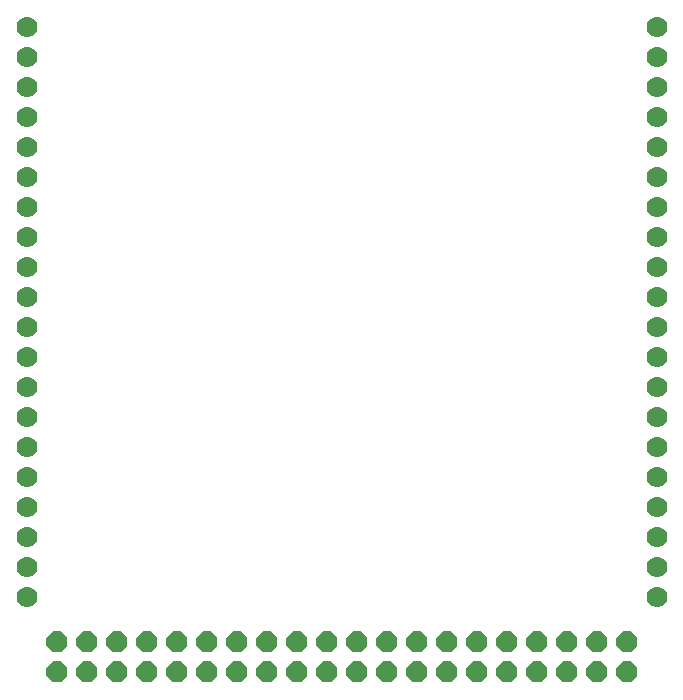
<source format=gbr>
G04 EAGLE Gerber RS-274X export*
G75*
%MOMM*%
%FSLAX34Y34*%
%LPD*%
%INBottom Copper*%
%IPPOS*%
%AMOC8*
5,1,8,0,0,1.08239X$1,22.5*%
G01*
%ADD10P,1.924489X8X22.500000*%
%ADD11C,1.778000*%


D10*
X-241300Y-38100D03*
X-241300Y-12700D03*
X-215900Y-38100D03*
X-215900Y-12700D03*
X-190500Y-38100D03*
X-190500Y-12700D03*
X-165100Y-38100D03*
X-165100Y-12700D03*
X-139700Y-38100D03*
X-139700Y-12700D03*
X-114300Y-38100D03*
X-114300Y-12700D03*
X-88900Y-38100D03*
X-88900Y-12700D03*
X-63500Y-38100D03*
X-63500Y-12700D03*
X-38100Y-38100D03*
X-38100Y-12700D03*
X-12700Y-38100D03*
X-12700Y-12700D03*
X12700Y-38100D03*
X12700Y-12700D03*
X38100Y-38100D03*
X38100Y-12700D03*
X63500Y-38100D03*
X63500Y-12700D03*
X88900Y-38100D03*
X88900Y-12700D03*
X114300Y-38100D03*
X114300Y-12700D03*
X139700Y-38100D03*
X139700Y-12700D03*
X165100Y-38100D03*
X165100Y-12700D03*
X190500Y-38100D03*
X190500Y-12700D03*
X215900Y-38100D03*
X215900Y-12700D03*
X241300Y-38100D03*
X241300Y-12700D03*
D11*
X-266700Y25400D03*
X-266700Y50800D03*
X-266700Y76200D03*
X-266700Y101600D03*
X-266700Y127000D03*
X-266700Y152400D03*
X-266700Y177800D03*
X-266700Y203200D03*
X-266700Y228600D03*
X-266700Y254000D03*
X-266700Y279400D03*
X-266700Y304800D03*
X-266700Y330200D03*
X-266700Y355600D03*
X-266700Y381000D03*
X-266700Y406400D03*
X-266700Y431800D03*
X-266700Y457200D03*
X-266700Y482600D03*
X-266700Y508000D03*
X266700Y508000D03*
X266700Y482600D03*
X266700Y457200D03*
X266700Y431800D03*
X266700Y406400D03*
X266700Y381000D03*
X266700Y355600D03*
X266700Y330200D03*
X266700Y304800D03*
X266700Y279400D03*
X266700Y254000D03*
X266700Y228600D03*
X266700Y203200D03*
X266700Y177800D03*
X266700Y152400D03*
X266700Y127000D03*
X266700Y101600D03*
X266700Y76200D03*
X266700Y50800D03*
X266700Y25400D03*
M02*

</source>
